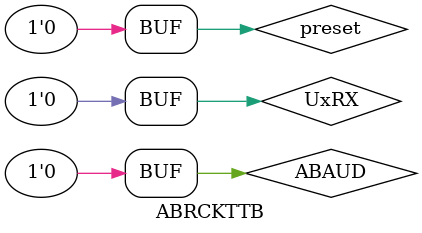
<source format=v>
`timescale 1ps/1ps
module ABRCKTTB();
	wire UP,out1,out2,out3,out4,out5,out6,out7,out8,Q,TFF_Q,UxRXIF;
	reg preset,ABAUD,UxRX,k;
	ring_oscillator #(1900,5)ring(UP,1'b1);

	BRGCKT brg(UP,UxRX,ABAUD,preset,BRGCLK,out1,out2,out3,out4,out5,out6,out7,out8,Q,TFF_Q,UxRXIF);
	
	initial begin
		#0 UxRX = 1;
		#10 ABAUD = 0;
		#10 preset = 0;
		#11400 ABAUD = 1;
		#11400 UxRX = 0;
		#11400 UxRX = 1;
		#11400 UxRX = 0;
		#11400 UxRX = 1;
		#11400 UxRX = 0;
		#11400 UxRX = 1;
		#11400 UxRX = 0;
		#11400 UxRX = 1;
		#11400 UxRX = 0;
		#100000 ABAUD = 0;
	end
endmodule
</source>
